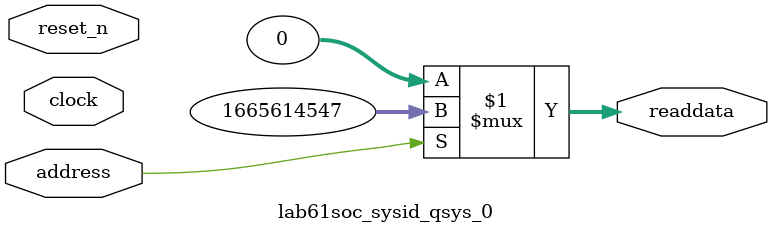
<source format=v>



// synthesis translate_off
`timescale 1ns / 1ps
// synthesis translate_on

// turn off superfluous verilog processor warnings 
// altera message_level Level1 
// altera message_off 10034 10035 10036 10037 10230 10240 10030 

module lab61soc_sysid_qsys_0 (
               // inputs:
                address,
                clock,
                reset_n,

               // outputs:
                readdata
             )
;

  output  [ 31: 0] readdata;
  input            address;
  input            clock;
  input            reset_n;

  wire    [ 31: 0] readdata;
  //control_slave, which is an e_avalon_slave
  assign readdata = address ? 1665614547 : 0;

endmodule



</source>
